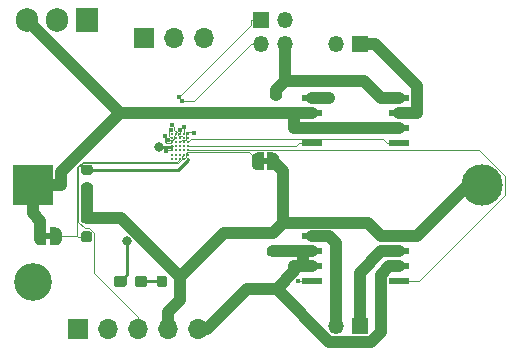
<source format=gbr>
G04 #@! TF.GenerationSoftware,KiCad,Pcbnew,(5.1.2)-2*
G04 #@! TF.CreationDate,2020-08-25T18:12:49+09:00*
G04 #@! TF.ProjectId,IRRemo,49525265-6d6f-42e6-9b69-6361645f7063,rev?*
G04 #@! TF.SameCoordinates,Original*
G04 #@! TF.FileFunction,Copper,L1,Top*
G04 #@! TF.FilePolarity,Positive*
%FSLAX46Y46*%
G04 Gerber Fmt 4.6, Leading zero omitted, Abs format (unit mm)*
G04 Created by KiCad (PCBNEW (5.1.2)-2) date 2020-08-25 18:12:49*
%MOMM*%
%LPD*%
G04 APERTURE LIST*
%ADD10C,0.500000*%
%ADD11C,0.500000*%
%ADD12C,0.100000*%
%ADD13C,0.200000*%
%ADD14R,1.750000X0.550000*%
%ADD15O,1.905000X2.000000*%
%ADD16R,1.905000X2.000000*%
%ADD17C,0.950000*%
%ADD18O,1.350000X1.350000*%
%ADD19R,1.350000X1.350000*%
%ADD20O,1.700000X1.700000*%
%ADD21R,1.700000X1.700000*%
%ADD22C,0.875000*%
%ADD23C,3.200000*%
%ADD24R,3.500000X3.500000*%
%ADD25C,3.500000*%
%ADD26C,0.400000*%
%ADD27C,0.800000*%
%ADD28C,0.250000*%
%ADD29C,0.080000*%
%ADD30C,1.000000*%
G04 APERTURE END LIST*
D10*
X109132000Y-90170000D02*
X109532000Y-90170000D01*
X91132000Y-96520000D02*
X90732000Y-96520000D01*
D11*
X108682000Y-90170000D03*
D12*
G36*
X109182000Y-90920000D02*
G01*
X108682000Y-90920000D01*
X108682000Y-90919398D01*
X108657466Y-90919398D01*
X108608635Y-90914588D01*
X108560510Y-90905016D01*
X108513555Y-90890772D01*
X108468222Y-90871995D01*
X108424949Y-90848864D01*
X108384150Y-90821604D01*
X108346221Y-90790476D01*
X108311524Y-90755779D01*
X108280396Y-90717850D01*
X108253136Y-90677051D01*
X108230005Y-90633778D01*
X108211228Y-90588445D01*
X108196984Y-90541490D01*
X108187412Y-90493365D01*
X108182602Y-90444534D01*
X108182602Y-90420000D01*
X108182000Y-90420000D01*
X108182000Y-89920000D01*
X108182602Y-89920000D01*
X108182602Y-89895466D01*
X108187412Y-89846635D01*
X108196984Y-89798510D01*
X108211228Y-89751555D01*
X108230005Y-89706222D01*
X108253136Y-89662949D01*
X108280396Y-89622150D01*
X108311524Y-89584221D01*
X108346221Y-89549524D01*
X108384150Y-89518396D01*
X108424949Y-89491136D01*
X108468222Y-89468005D01*
X108513555Y-89449228D01*
X108560510Y-89434984D01*
X108608635Y-89425412D01*
X108657466Y-89420602D01*
X108682000Y-89420602D01*
X108682000Y-89420000D01*
X109182000Y-89420000D01*
X109182000Y-90920000D01*
X109182000Y-90920000D01*
G37*
D11*
X109982000Y-90170000D03*
D12*
G36*
X109982000Y-89420602D02*
G01*
X110006534Y-89420602D01*
X110055365Y-89425412D01*
X110103490Y-89434984D01*
X110150445Y-89449228D01*
X110195778Y-89468005D01*
X110239051Y-89491136D01*
X110279850Y-89518396D01*
X110317779Y-89549524D01*
X110352476Y-89584221D01*
X110383604Y-89622150D01*
X110410864Y-89662949D01*
X110433995Y-89706222D01*
X110452772Y-89751555D01*
X110467016Y-89798510D01*
X110476588Y-89846635D01*
X110481398Y-89895466D01*
X110481398Y-89920000D01*
X110482000Y-89920000D01*
X110482000Y-90420000D01*
X110481398Y-90420000D01*
X110481398Y-90444534D01*
X110476588Y-90493365D01*
X110467016Y-90541490D01*
X110452772Y-90588445D01*
X110433995Y-90633778D01*
X110410864Y-90677051D01*
X110383604Y-90717850D01*
X110352476Y-90755779D01*
X110317779Y-90790476D01*
X110279850Y-90821604D01*
X110239051Y-90848864D01*
X110195778Y-90871995D01*
X110150445Y-90890772D01*
X110103490Y-90905016D01*
X110055365Y-90914588D01*
X110006534Y-90919398D01*
X109982000Y-90919398D01*
X109982000Y-90920000D01*
X109482000Y-90920000D01*
X109482000Y-89420000D01*
X109982000Y-89420000D01*
X109982000Y-89420602D01*
X109982000Y-89420602D01*
G37*
D11*
X91582000Y-96520000D03*
D12*
G36*
X91082000Y-95770000D02*
G01*
X91582000Y-95770000D01*
X91582000Y-95770602D01*
X91606534Y-95770602D01*
X91655365Y-95775412D01*
X91703490Y-95784984D01*
X91750445Y-95799228D01*
X91795778Y-95818005D01*
X91839051Y-95841136D01*
X91879850Y-95868396D01*
X91917779Y-95899524D01*
X91952476Y-95934221D01*
X91983604Y-95972150D01*
X92010864Y-96012949D01*
X92033995Y-96056222D01*
X92052772Y-96101555D01*
X92067016Y-96148510D01*
X92076588Y-96196635D01*
X92081398Y-96245466D01*
X92081398Y-96270000D01*
X92082000Y-96270000D01*
X92082000Y-96770000D01*
X92081398Y-96770000D01*
X92081398Y-96794534D01*
X92076588Y-96843365D01*
X92067016Y-96891490D01*
X92052772Y-96938445D01*
X92033995Y-96983778D01*
X92010864Y-97027051D01*
X91983604Y-97067850D01*
X91952476Y-97105779D01*
X91917779Y-97140476D01*
X91879850Y-97171604D01*
X91839051Y-97198864D01*
X91795778Y-97221995D01*
X91750445Y-97240772D01*
X91703490Y-97255016D01*
X91655365Y-97264588D01*
X91606534Y-97269398D01*
X91582000Y-97269398D01*
X91582000Y-97270000D01*
X91082000Y-97270000D01*
X91082000Y-95770000D01*
X91082000Y-95770000D01*
G37*
D11*
X90282000Y-96520000D03*
D12*
G36*
X90282000Y-97269398D02*
G01*
X90257466Y-97269398D01*
X90208635Y-97264588D01*
X90160510Y-97255016D01*
X90113555Y-97240772D01*
X90068222Y-97221995D01*
X90024949Y-97198864D01*
X89984150Y-97171604D01*
X89946221Y-97140476D01*
X89911524Y-97105779D01*
X89880396Y-97067850D01*
X89853136Y-97027051D01*
X89830005Y-96983778D01*
X89811228Y-96938445D01*
X89796984Y-96891490D01*
X89787412Y-96843365D01*
X89782602Y-96794534D01*
X89782602Y-96770000D01*
X89782000Y-96770000D01*
X89782000Y-96270000D01*
X89782602Y-96270000D01*
X89782602Y-96245466D01*
X89787412Y-96196635D01*
X89796984Y-96148510D01*
X89811228Y-96101555D01*
X89830005Y-96056222D01*
X89853136Y-96012949D01*
X89880396Y-95972150D01*
X89911524Y-95934221D01*
X89946221Y-95899524D01*
X89984150Y-95868396D01*
X90024949Y-95841136D01*
X90068222Y-95818005D01*
X90113555Y-95799228D01*
X90160510Y-95784984D01*
X90208635Y-95775412D01*
X90257466Y-95770602D01*
X90282000Y-95770602D01*
X90282000Y-95770000D01*
X90782000Y-95770000D01*
X90782000Y-97270000D01*
X90282000Y-97270000D01*
X90282000Y-97269398D01*
X90282000Y-97269398D01*
G37*
D13*
X101408000Y-89950000D03*
X101758000Y-89950000D03*
X102108000Y-89950000D03*
X102458000Y-89950000D03*
X102808000Y-89950000D03*
X101408000Y-89600000D03*
X101758000Y-89600000D03*
X102108000Y-89600000D03*
X102458000Y-89600000D03*
X102808000Y-89600000D03*
X101408000Y-89250000D03*
X101758000Y-89250000D03*
X102108000Y-89250000D03*
X102458000Y-89250000D03*
X102808000Y-89250000D03*
X101408000Y-88900000D03*
X101758000Y-88900000D03*
X102108000Y-88900000D03*
X102458000Y-88900000D03*
X102808000Y-88900000D03*
X101408000Y-88550000D03*
X101758000Y-88550000D03*
X102108000Y-88550000D03*
X102458000Y-88550000D03*
X102808000Y-88550000D03*
X101408000Y-88200000D03*
X101758000Y-88200000D03*
X102108000Y-88200000D03*
X102458000Y-88200000D03*
X102808000Y-88200000D03*
X101408000Y-87850000D03*
X101758000Y-87850000D03*
X102108000Y-87850000D03*
X102458000Y-87850000D03*
X102808000Y-87850000D03*
D14*
X120650000Y-84836000D03*
X120650000Y-86106000D03*
X120650000Y-87376000D03*
X120650000Y-88646000D03*
X113250000Y-88646000D03*
X113250000Y-87376000D03*
X113250000Y-86106000D03*
X113250000Y-84836000D03*
X120650000Y-96520000D03*
X120650000Y-97790000D03*
X120650000Y-99060000D03*
X120650000Y-100330000D03*
X113250000Y-100330000D03*
X113250000Y-99060000D03*
X113250000Y-97790000D03*
X113250000Y-96520000D03*
D15*
X89154000Y-78232000D03*
X91694000Y-78232000D03*
D16*
X94234000Y-78232000D03*
D12*
G36*
X99116779Y-99856144D02*
G01*
X99139834Y-99859563D01*
X99162443Y-99865227D01*
X99184387Y-99873079D01*
X99205457Y-99883044D01*
X99225448Y-99895026D01*
X99244168Y-99908910D01*
X99261438Y-99924562D01*
X99277090Y-99941832D01*
X99290974Y-99960552D01*
X99302956Y-99980543D01*
X99312921Y-100001613D01*
X99320773Y-100023557D01*
X99326437Y-100046166D01*
X99329856Y-100069221D01*
X99331000Y-100092500D01*
X99331000Y-100567500D01*
X99329856Y-100590779D01*
X99326437Y-100613834D01*
X99320773Y-100636443D01*
X99312921Y-100658387D01*
X99302956Y-100679457D01*
X99290974Y-100699448D01*
X99277090Y-100718168D01*
X99261438Y-100735438D01*
X99244168Y-100751090D01*
X99225448Y-100764974D01*
X99205457Y-100776956D01*
X99184387Y-100786921D01*
X99162443Y-100794773D01*
X99139834Y-100800437D01*
X99116779Y-100803856D01*
X99093500Y-100805000D01*
X98518500Y-100805000D01*
X98495221Y-100803856D01*
X98472166Y-100800437D01*
X98449557Y-100794773D01*
X98427613Y-100786921D01*
X98406543Y-100776956D01*
X98386552Y-100764974D01*
X98367832Y-100751090D01*
X98350562Y-100735438D01*
X98334910Y-100718168D01*
X98321026Y-100699448D01*
X98309044Y-100679457D01*
X98299079Y-100658387D01*
X98291227Y-100636443D01*
X98285563Y-100613834D01*
X98282144Y-100590779D01*
X98281000Y-100567500D01*
X98281000Y-100092500D01*
X98282144Y-100069221D01*
X98285563Y-100046166D01*
X98291227Y-100023557D01*
X98299079Y-100001613D01*
X98309044Y-99980543D01*
X98321026Y-99960552D01*
X98334910Y-99941832D01*
X98350562Y-99924562D01*
X98367832Y-99908910D01*
X98386552Y-99895026D01*
X98406543Y-99883044D01*
X98427613Y-99873079D01*
X98449557Y-99865227D01*
X98472166Y-99859563D01*
X98495221Y-99856144D01*
X98518500Y-99855000D01*
X99093500Y-99855000D01*
X99116779Y-99856144D01*
X99116779Y-99856144D01*
G37*
D17*
X98806000Y-100330000D03*
D12*
G36*
X97366779Y-99856144D02*
G01*
X97389834Y-99859563D01*
X97412443Y-99865227D01*
X97434387Y-99873079D01*
X97455457Y-99883044D01*
X97475448Y-99895026D01*
X97494168Y-99908910D01*
X97511438Y-99924562D01*
X97527090Y-99941832D01*
X97540974Y-99960552D01*
X97552956Y-99980543D01*
X97562921Y-100001613D01*
X97570773Y-100023557D01*
X97576437Y-100046166D01*
X97579856Y-100069221D01*
X97581000Y-100092500D01*
X97581000Y-100567500D01*
X97579856Y-100590779D01*
X97576437Y-100613834D01*
X97570773Y-100636443D01*
X97562921Y-100658387D01*
X97552956Y-100679457D01*
X97540974Y-100699448D01*
X97527090Y-100718168D01*
X97511438Y-100735438D01*
X97494168Y-100751090D01*
X97475448Y-100764974D01*
X97455457Y-100776956D01*
X97434387Y-100786921D01*
X97412443Y-100794773D01*
X97389834Y-100800437D01*
X97366779Y-100803856D01*
X97343500Y-100805000D01*
X96768500Y-100805000D01*
X96745221Y-100803856D01*
X96722166Y-100800437D01*
X96699557Y-100794773D01*
X96677613Y-100786921D01*
X96656543Y-100776956D01*
X96636552Y-100764974D01*
X96617832Y-100751090D01*
X96600562Y-100735438D01*
X96584910Y-100718168D01*
X96571026Y-100699448D01*
X96559044Y-100679457D01*
X96549079Y-100658387D01*
X96541227Y-100636443D01*
X96535563Y-100613834D01*
X96532144Y-100590779D01*
X96531000Y-100567500D01*
X96531000Y-100092500D01*
X96532144Y-100069221D01*
X96535563Y-100046166D01*
X96541227Y-100023557D01*
X96549079Y-100001613D01*
X96559044Y-99980543D01*
X96571026Y-99960552D01*
X96584910Y-99941832D01*
X96600562Y-99924562D01*
X96617832Y-99908910D01*
X96636552Y-99895026D01*
X96656543Y-99883044D01*
X96677613Y-99873079D01*
X96699557Y-99865227D01*
X96722166Y-99859563D01*
X96745221Y-99856144D01*
X96768500Y-99855000D01*
X97343500Y-99855000D01*
X97366779Y-99856144D01*
X97366779Y-99856144D01*
G37*
D17*
X97056000Y-100330000D03*
D18*
X115348000Y-80264000D03*
D19*
X117348000Y-80264000D03*
D18*
X115316000Y-104140000D03*
D19*
X117316000Y-104140000D03*
D20*
X104140000Y-79756000D03*
X101600000Y-79756000D03*
D21*
X99060000Y-79756000D03*
D18*
X110966000Y-80232000D03*
X108966000Y-80232000D03*
X110966000Y-78232000D03*
D19*
X108966000Y-78232000D03*
D20*
X103632000Y-104394000D03*
X101092000Y-104394000D03*
X98552000Y-104394000D03*
X96012000Y-104394000D03*
D21*
X93472000Y-104394000D03*
D12*
G36*
X100798691Y-99856053D02*
G01*
X100819926Y-99859203D01*
X100840750Y-99864419D01*
X100860962Y-99871651D01*
X100880368Y-99880830D01*
X100898781Y-99891866D01*
X100916024Y-99904654D01*
X100931930Y-99919070D01*
X100946346Y-99934976D01*
X100959134Y-99952219D01*
X100970170Y-99970632D01*
X100979349Y-99990038D01*
X100986581Y-100010250D01*
X100991797Y-100031074D01*
X100994947Y-100052309D01*
X100996000Y-100073750D01*
X100996000Y-100586250D01*
X100994947Y-100607691D01*
X100991797Y-100628926D01*
X100986581Y-100649750D01*
X100979349Y-100669962D01*
X100970170Y-100689368D01*
X100959134Y-100707781D01*
X100946346Y-100725024D01*
X100931930Y-100740930D01*
X100916024Y-100755346D01*
X100898781Y-100768134D01*
X100880368Y-100779170D01*
X100860962Y-100788349D01*
X100840750Y-100795581D01*
X100819926Y-100800797D01*
X100798691Y-100803947D01*
X100777250Y-100805000D01*
X100339750Y-100805000D01*
X100318309Y-100803947D01*
X100297074Y-100800797D01*
X100276250Y-100795581D01*
X100256038Y-100788349D01*
X100236632Y-100779170D01*
X100218219Y-100768134D01*
X100200976Y-100755346D01*
X100185070Y-100740930D01*
X100170654Y-100725024D01*
X100157866Y-100707781D01*
X100146830Y-100689368D01*
X100137651Y-100669962D01*
X100130419Y-100649750D01*
X100125203Y-100628926D01*
X100122053Y-100607691D01*
X100121000Y-100586250D01*
X100121000Y-100073750D01*
X100122053Y-100052309D01*
X100125203Y-100031074D01*
X100130419Y-100010250D01*
X100137651Y-99990038D01*
X100146830Y-99970632D01*
X100157866Y-99952219D01*
X100170654Y-99934976D01*
X100185070Y-99919070D01*
X100200976Y-99904654D01*
X100218219Y-99891866D01*
X100236632Y-99880830D01*
X100256038Y-99871651D01*
X100276250Y-99864419D01*
X100297074Y-99859203D01*
X100318309Y-99856053D01*
X100339750Y-99855000D01*
X100777250Y-99855000D01*
X100798691Y-99856053D01*
X100798691Y-99856053D01*
G37*
D22*
X100558500Y-100330000D03*
D12*
G36*
X102373691Y-99856053D02*
G01*
X102394926Y-99859203D01*
X102415750Y-99864419D01*
X102435962Y-99871651D01*
X102455368Y-99880830D01*
X102473781Y-99891866D01*
X102491024Y-99904654D01*
X102506930Y-99919070D01*
X102521346Y-99934976D01*
X102534134Y-99952219D01*
X102545170Y-99970632D01*
X102554349Y-99990038D01*
X102561581Y-100010250D01*
X102566797Y-100031074D01*
X102569947Y-100052309D01*
X102571000Y-100073750D01*
X102571000Y-100586250D01*
X102569947Y-100607691D01*
X102566797Y-100628926D01*
X102561581Y-100649750D01*
X102554349Y-100669962D01*
X102545170Y-100689368D01*
X102534134Y-100707781D01*
X102521346Y-100725024D01*
X102506930Y-100740930D01*
X102491024Y-100755346D01*
X102473781Y-100768134D01*
X102455368Y-100779170D01*
X102435962Y-100788349D01*
X102415750Y-100795581D01*
X102394926Y-100800797D01*
X102373691Y-100803947D01*
X102352250Y-100805000D01*
X101914750Y-100805000D01*
X101893309Y-100803947D01*
X101872074Y-100800797D01*
X101851250Y-100795581D01*
X101831038Y-100788349D01*
X101811632Y-100779170D01*
X101793219Y-100768134D01*
X101775976Y-100755346D01*
X101760070Y-100740930D01*
X101745654Y-100725024D01*
X101732866Y-100707781D01*
X101721830Y-100689368D01*
X101712651Y-100669962D01*
X101705419Y-100649750D01*
X101700203Y-100628926D01*
X101697053Y-100607691D01*
X101696000Y-100586250D01*
X101696000Y-100073750D01*
X101697053Y-100052309D01*
X101700203Y-100031074D01*
X101705419Y-100010250D01*
X101712651Y-99990038D01*
X101721830Y-99970632D01*
X101732866Y-99952219D01*
X101745654Y-99934976D01*
X101760070Y-99919070D01*
X101775976Y-99904654D01*
X101793219Y-99891866D01*
X101811632Y-99880830D01*
X101831038Y-99871651D01*
X101851250Y-99864419D01*
X101872074Y-99859203D01*
X101893309Y-99856053D01*
X101914750Y-99855000D01*
X102352250Y-99855000D01*
X102373691Y-99856053D01*
X102373691Y-99856053D01*
G37*
D22*
X102133500Y-100330000D03*
D12*
G36*
X94511691Y-92019553D02*
G01*
X94532926Y-92022703D01*
X94553750Y-92027919D01*
X94573962Y-92035151D01*
X94593368Y-92044330D01*
X94611781Y-92055366D01*
X94629024Y-92068154D01*
X94644930Y-92082570D01*
X94659346Y-92098476D01*
X94672134Y-92115719D01*
X94683170Y-92134132D01*
X94692349Y-92153538D01*
X94699581Y-92173750D01*
X94704797Y-92194574D01*
X94707947Y-92215809D01*
X94709000Y-92237250D01*
X94709000Y-92674750D01*
X94707947Y-92696191D01*
X94704797Y-92717426D01*
X94699581Y-92738250D01*
X94692349Y-92758462D01*
X94683170Y-92777868D01*
X94672134Y-92796281D01*
X94659346Y-92813524D01*
X94644930Y-92829430D01*
X94629024Y-92843846D01*
X94611781Y-92856634D01*
X94593368Y-92867670D01*
X94573962Y-92876849D01*
X94553750Y-92884081D01*
X94532926Y-92889297D01*
X94511691Y-92892447D01*
X94490250Y-92893500D01*
X93977750Y-92893500D01*
X93956309Y-92892447D01*
X93935074Y-92889297D01*
X93914250Y-92884081D01*
X93894038Y-92876849D01*
X93874632Y-92867670D01*
X93856219Y-92856634D01*
X93838976Y-92843846D01*
X93823070Y-92829430D01*
X93808654Y-92813524D01*
X93795866Y-92796281D01*
X93784830Y-92777868D01*
X93775651Y-92758462D01*
X93768419Y-92738250D01*
X93763203Y-92717426D01*
X93760053Y-92696191D01*
X93759000Y-92674750D01*
X93759000Y-92237250D01*
X93760053Y-92215809D01*
X93763203Y-92194574D01*
X93768419Y-92173750D01*
X93775651Y-92153538D01*
X93784830Y-92134132D01*
X93795866Y-92115719D01*
X93808654Y-92098476D01*
X93823070Y-92082570D01*
X93838976Y-92068154D01*
X93856219Y-92055366D01*
X93874632Y-92044330D01*
X93894038Y-92035151D01*
X93914250Y-92027919D01*
X93935074Y-92022703D01*
X93956309Y-92019553D01*
X93977750Y-92018500D01*
X94490250Y-92018500D01*
X94511691Y-92019553D01*
X94511691Y-92019553D01*
G37*
D22*
X94234000Y-92456000D03*
D12*
G36*
X94511691Y-90444553D02*
G01*
X94532926Y-90447703D01*
X94553750Y-90452919D01*
X94573962Y-90460151D01*
X94593368Y-90469330D01*
X94611781Y-90480366D01*
X94629024Y-90493154D01*
X94644930Y-90507570D01*
X94659346Y-90523476D01*
X94672134Y-90540719D01*
X94683170Y-90559132D01*
X94692349Y-90578538D01*
X94699581Y-90598750D01*
X94704797Y-90619574D01*
X94707947Y-90640809D01*
X94709000Y-90662250D01*
X94709000Y-91099750D01*
X94707947Y-91121191D01*
X94704797Y-91142426D01*
X94699581Y-91163250D01*
X94692349Y-91183462D01*
X94683170Y-91202868D01*
X94672134Y-91221281D01*
X94659346Y-91238524D01*
X94644930Y-91254430D01*
X94629024Y-91268846D01*
X94611781Y-91281634D01*
X94593368Y-91292670D01*
X94573962Y-91301849D01*
X94553750Y-91309081D01*
X94532926Y-91314297D01*
X94511691Y-91317447D01*
X94490250Y-91318500D01*
X93977750Y-91318500D01*
X93956309Y-91317447D01*
X93935074Y-91314297D01*
X93914250Y-91309081D01*
X93894038Y-91301849D01*
X93874632Y-91292670D01*
X93856219Y-91281634D01*
X93838976Y-91268846D01*
X93823070Y-91254430D01*
X93808654Y-91238524D01*
X93795866Y-91221281D01*
X93784830Y-91202868D01*
X93775651Y-91183462D01*
X93768419Y-91163250D01*
X93763203Y-91142426D01*
X93760053Y-91121191D01*
X93759000Y-91099750D01*
X93759000Y-90662250D01*
X93760053Y-90640809D01*
X93763203Y-90619574D01*
X93768419Y-90598750D01*
X93775651Y-90578538D01*
X93784830Y-90559132D01*
X93795866Y-90540719D01*
X93808654Y-90523476D01*
X93823070Y-90507570D01*
X93838976Y-90493154D01*
X93856219Y-90480366D01*
X93874632Y-90469330D01*
X93894038Y-90460151D01*
X93914250Y-90452919D01*
X93935074Y-90447703D01*
X93956309Y-90444553D01*
X93977750Y-90443500D01*
X94490250Y-90443500D01*
X94511691Y-90444553D01*
X94511691Y-90444553D01*
G37*
D22*
X94234000Y-90881000D03*
D12*
G36*
X110513691Y-84094553D02*
G01*
X110534926Y-84097703D01*
X110555750Y-84102919D01*
X110575962Y-84110151D01*
X110595368Y-84119330D01*
X110613781Y-84130366D01*
X110631024Y-84143154D01*
X110646930Y-84157570D01*
X110661346Y-84173476D01*
X110674134Y-84190719D01*
X110685170Y-84209132D01*
X110694349Y-84228538D01*
X110701581Y-84248750D01*
X110706797Y-84269574D01*
X110709947Y-84290809D01*
X110711000Y-84312250D01*
X110711000Y-84749750D01*
X110709947Y-84771191D01*
X110706797Y-84792426D01*
X110701581Y-84813250D01*
X110694349Y-84833462D01*
X110685170Y-84852868D01*
X110674134Y-84871281D01*
X110661346Y-84888524D01*
X110646930Y-84904430D01*
X110631024Y-84918846D01*
X110613781Y-84931634D01*
X110595368Y-84942670D01*
X110575962Y-84951849D01*
X110555750Y-84959081D01*
X110534926Y-84964297D01*
X110513691Y-84967447D01*
X110492250Y-84968500D01*
X109979750Y-84968500D01*
X109958309Y-84967447D01*
X109937074Y-84964297D01*
X109916250Y-84959081D01*
X109896038Y-84951849D01*
X109876632Y-84942670D01*
X109858219Y-84931634D01*
X109840976Y-84918846D01*
X109825070Y-84904430D01*
X109810654Y-84888524D01*
X109797866Y-84871281D01*
X109786830Y-84852868D01*
X109777651Y-84833462D01*
X109770419Y-84813250D01*
X109765203Y-84792426D01*
X109762053Y-84771191D01*
X109761000Y-84749750D01*
X109761000Y-84312250D01*
X109762053Y-84290809D01*
X109765203Y-84269574D01*
X109770419Y-84248750D01*
X109777651Y-84228538D01*
X109786830Y-84209132D01*
X109797866Y-84190719D01*
X109810654Y-84173476D01*
X109825070Y-84157570D01*
X109840976Y-84143154D01*
X109858219Y-84130366D01*
X109876632Y-84119330D01*
X109896038Y-84110151D01*
X109916250Y-84102919D01*
X109937074Y-84097703D01*
X109958309Y-84094553D01*
X109979750Y-84093500D01*
X110492250Y-84093500D01*
X110513691Y-84094553D01*
X110513691Y-84094553D01*
G37*
D22*
X110236000Y-84531000D03*
D12*
G36*
X110513691Y-85669553D02*
G01*
X110534926Y-85672703D01*
X110555750Y-85677919D01*
X110575962Y-85685151D01*
X110595368Y-85694330D01*
X110613781Y-85705366D01*
X110631024Y-85718154D01*
X110646930Y-85732570D01*
X110661346Y-85748476D01*
X110674134Y-85765719D01*
X110685170Y-85784132D01*
X110694349Y-85803538D01*
X110701581Y-85823750D01*
X110706797Y-85844574D01*
X110709947Y-85865809D01*
X110711000Y-85887250D01*
X110711000Y-86324750D01*
X110709947Y-86346191D01*
X110706797Y-86367426D01*
X110701581Y-86388250D01*
X110694349Y-86408462D01*
X110685170Y-86427868D01*
X110674134Y-86446281D01*
X110661346Y-86463524D01*
X110646930Y-86479430D01*
X110631024Y-86493846D01*
X110613781Y-86506634D01*
X110595368Y-86517670D01*
X110575962Y-86526849D01*
X110555750Y-86534081D01*
X110534926Y-86539297D01*
X110513691Y-86542447D01*
X110492250Y-86543500D01*
X109979750Y-86543500D01*
X109958309Y-86542447D01*
X109937074Y-86539297D01*
X109916250Y-86534081D01*
X109896038Y-86526849D01*
X109876632Y-86517670D01*
X109858219Y-86506634D01*
X109840976Y-86493846D01*
X109825070Y-86479430D01*
X109810654Y-86463524D01*
X109797866Y-86446281D01*
X109786830Y-86427868D01*
X109777651Y-86408462D01*
X109770419Y-86388250D01*
X109765203Y-86367426D01*
X109762053Y-86346191D01*
X109761000Y-86324750D01*
X109761000Y-85887250D01*
X109762053Y-85865809D01*
X109765203Y-85844574D01*
X109770419Y-85823750D01*
X109777651Y-85803538D01*
X109786830Y-85784132D01*
X109797866Y-85765719D01*
X109810654Y-85748476D01*
X109825070Y-85732570D01*
X109840976Y-85718154D01*
X109858219Y-85705366D01*
X109876632Y-85694330D01*
X109896038Y-85685151D01*
X109916250Y-85677919D01*
X109937074Y-85672703D01*
X109958309Y-85669553D01*
X109979750Y-85668500D01*
X110492250Y-85668500D01*
X110513691Y-85669553D01*
X110513691Y-85669553D01*
G37*
D22*
X110236000Y-86106000D03*
D12*
G36*
X110259691Y-95778553D02*
G01*
X110280926Y-95781703D01*
X110301750Y-95786919D01*
X110321962Y-95794151D01*
X110341368Y-95803330D01*
X110359781Y-95814366D01*
X110377024Y-95827154D01*
X110392930Y-95841570D01*
X110407346Y-95857476D01*
X110420134Y-95874719D01*
X110431170Y-95893132D01*
X110440349Y-95912538D01*
X110447581Y-95932750D01*
X110452797Y-95953574D01*
X110455947Y-95974809D01*
X110457000Y-95996250D01*
X110457000Y-96433750D01*
X110455947Y-96455191D01*
X110452797Y-96476426D01*
X110447581Y-96497250D01*
X110440349Y-96517462D01*
X110431170Y-96536868D01*
X110420134Y-96555281D01*
X110407346Y-96572524D01*
X110392930Y-96588430D01*
X110377024Y-96602846D01*
X110359781Y-96615634D01*
X110341368Y-96626670D01*
X110321962Y-96635849D01*
X110301750Y-96643081D01*
X110280926Y-96648297D01*
X110259691Y-96651447D01*
X110238250Y-96652500D01*
X109725750Y-96652500D01*
X109704309Y-96651447D01*
X109683074Y-96648297D01*
X109662250Y-96643081D01*
X109642038Y-96635849D01*
X109622632Y-96626670D01*
X109604219Y-96615634D01*
X109586976Y-96602846D01*
X109571070Y-96588430D01*
X109556654Y-96572524D01*
X109543866Y-96555281D01*
X109532830Y-96536868D01*
X109523651Y-96517462D01*
X109516419Y-96497250D01*
X109511203Y-96476426D01*
X109508053Y-96455191D01*
X109507000Y-96433750D01*
X109507000Y-95996250D01*
X109508053Y-95974809D01*
X109511203Y-95953574D01*
X109516419Y-95932750D01*
X109523651Y-95912538D01*
X109532830Y-95893132D01*
X109543866Y-95874719D01*
X109556654Y-95857476D01*
X109571070Y-95841570D01*
X109586976Y-95827154D01*
X109604219Y-95814366D01*
X109622632Y-95803330D01*
X109642038Y-95794151D01*
X109662250Y-95786919D01*
X109683074Y-95781703D01*
X109704309Y-95778553D01*
X109725750Y-95777500D01*
X110238250Y-95777500D01*
X110259691Y-95778553D01*
X110259691Y-95778553D01*
G37*
D22*
X109982000Y-96215000D03*
D12*
G36*
X110259691Y-97353553D02*
G01*
X110280926Y-97356703D01*
X110301750Y-97361919D01*
X110321962Y-97369151D01*
X110341368Y-97378330D01*
X110359781Y-97389366D01*
X110377024Y-97402154D01*
X110392930Y-97416570D01*
X110407346Y-97432476D01*
X110420134Y-97449719D01*
X110431170Y-97468132D01*
X110440349Y-97487538D01*
X110447581Y-97507750D01*
X110452797Y-97528574D01*
X110455947Y-97549809D01*
X110457000Y-97571250D01*
X110457000Y-98008750D01*
X110455947Y-98030191D01*
X110452797Y-98051426D01*
X110447581Y-98072250D01*
X110440349Y-98092462D01*
X110431170Y-98111868D01*
X110420134Y-98130281D01*
X110407346Y-98147524D01*
X110392930Y-98163430D01*
X110377024Y-98177846D01*
X110359781Y-98190634D01*
X110341368Y-98201670D01*
X110321962Y-98210849D01*
X110301750Y-98218081D01*
X110280926Y-98223297D01*
X110259691Y-98226447D01*
X110238250Y-98227500D01*
X109725750Y-98227500D01*
X109704309Y-98226447D01*
X109683074Y-98223297D01*
X109662250Y-98218081D01*
X109642038Y-98210849D01*
X109622632Y-98201670D01*
X109604219Y-98190634D01*
X109586976Y-98177846D01*
X109571070Y-98163430D01*
X109556654Y-98147524D01*
X109543866Y-98130281D01*
X109532830Y-98111868D01*
X109523651Y-98092462D01*
X109516419Y-98072250D01*
X109511203Y-98051426D01*
X109508053Y-98030191D01*
X109507000Y-98008750D01*
X109507000Y-97571250D01*
X109508053Y-97549809D01*
X109511203Y-97528574D01*
X109516419Y-97507750D01*
X109523651Y-97487538D01*
X109532830Y-97468132D01*
X109543866Y-97449719D01*
X109556654Y-97432476D01*
X109571070Y-97416570D01*
X109586976Y-97402154D01*
X109604219Y-97389366D01*
X109622632Y-97378330D01*
X109642038Y-97369151D01*
X109662250Y-97361919D01*
X109683074Y-97356703D01*
X109704309Y-97353553D01*
X109725750Y-97352500D01*
X110238250Y-97352500D01*
X110259691Y-97353553D01*
X110259691Y-97353553D01*
G37*
D22*
X109982000Y-97790000D03*
D12*
G36*
X94486191Y-94534053D02*
G01*
X94507426Y-94537203D01*
X94528250Y-94542419D01*
X94548462Y-94549651D01*
X94567868Y-94558830D01*
X94586281Y-94569866D01*
X94603524Y-94582654D01*
X94619430Y-94597070D01*
X94633846Y-94612976D01*
X94646634Y-94630219D01*
X94657670Y-94648632D01*
X94666849Y-94668038D01*
X94674081Y-94688250D01*
X94679297Y-94709074D01*
X94682447Y-94730309D01*
X94683500Y-94751750D01*
X94683500Y-95189250D01*
X94682447Y-95210691D01*
X94679297Y-95231926D01*
X94674081Y-95252750D01*
X94666849Y-95272962D01*
X94657670Y-95292368D01*
X94646634Y-95310781D01*
X94633846Y-95328024D01*
X94619430Y-95343930D01*
X94603524Y-95358346D01*
X94586281Y-95371134D01*
X94567868Y-95382170D01*
X94548462Y-95391349D01*
X94528250Y-95398581D01*
X94507426Y-95403797D01*
X94486191Y-95406947D01*
X94464750Y-95408000D01*
X93952250Y-95408000D01*
X93930809Y-95406947D01*
X93909574Y-95403797D01*
X93888750Y-95398581D01*
X93868538Y-95391349D01*
X93849132Y-95382170D01*
X93830719Y-95371134D01*
X93813476Y-95358346D01*
X93797570Y-95343930D01*
X93783154Y-95328024D01*
X93770366Y-95310781D01*
X93759330Y-95292368D01*
X93750151Y-95272962D01*
X93742919Y-95252750D01*
X93737703Y-95231926D01*
X93734553Y-95210691D01*
X93733500Y-95189250D01*
X93733500Y-94751750D01*
X93734553Y-94730309D01*
X93737703Y-94709074D01*
X93742919Y-94688250D01*
X93750151Y-94668038D01*
X93759330Y-94648632D01*
X93770366Y-94630219D01*
X93783154Y-94612976D01*
X93797570Y-94597070D01*
X93813476Y-94582654D01*
X93830719Y-94569866D01*
X93849132Y-94558830D01*
X93868538Y-94549651D01*
X93888750Y-94542419D01*
X93909574Y-94537203D01*
X93930809Y-94534053D01*
X93952250Y-94533000D01*
X94464750Y-94533000D01*
X94486191Y-94534053D01*
X94486191Y-94534053D01*
G37*
D22*
X94208500Y-94970500D03*
D12*
G36*
X94486191Y-96109053D02*
G01*
X94507426Y-96112203D01*
X94528250Y-96117419D01*
X94548462Y-96124651D01*
X94567868Y-96133830D01*
X94586281Y-96144866D01*
X94603524Y-96157654D01*
X94619430Y-96172070D01*
X94633846Y-96187976D01*
X94646634Y-96205219D01*
X94657670Y-96223632D01*
X94666849Y-96243038D01*
X94674081Y-96263250D01*
X94679297Y-96284074D01*
X94682447Y-96305309D01*
X94683500Y-96326750D01*
X94683500Y-96764250D01*
X94682447Y-96785691D01*
X94679297Y-96806926D01*
X94674081Y-96827750D01*
X94666849Y-96847962D01*
X94657670Y-96867368D01*
X94646634Y-96885781D01*
X94633846Y-96903024D01*
X94619430Y-96918930D01*
X94603524Y-96933346D01*
X94586281Y-96946134D01*
X94567868Y-96957170D01*
X94548462Y-96966349D01*
X94528250Y-96973581D01*
X94507426Y-96978797D01*
X94486191Y-96981947D01*
X94464750Y-96983000D01*
X93952250Y-96983000D01*
X93930809Y-96981947D01*
X93909574Y-96978797D01*
X93888750Y-96973581D01*
X93868538Y-96966349D01*
X93849132Y-96957170D01*
X93830719Y-96946134D01*
X93813476Y-96933346D01*
X93797570Y-96918930D01*
X93783154Y-96903024D01*
X93770366Y-96885781D01*
X93759330Y-96867368D01*
X93750151Y-96847962D01*
X93742919Y-96827750D01*
X93737703Y-96806926D01*
X93734553Y-96785691D01*
X93733500Y-96764250D01*
X93733500Y-96326750D01*
X93734553Y-96305309D01*
X93737703Y-96284074D01*
X93742919Y-96263250D01*
X93750151Y-96243038D01*
X93759330Y-96223632D01*
X93770366Y-96205219D01*
X93783154Y-96187976D01*
X93797570Y-96172070D01*
X93813476Y-96157654D01*
X93830719Y-96144866D01*
X93849132Y-96133830D01*
X93868538Y-96124651D01*
X93888750Y-96117419D01*
X93909574Y-96112203D01*
X93930809Y-96109053D01*
X93952250Y-96108000D01*
X94464750Y-96108000D01*
X94486191Y-96109053D01*
X94486191Y-96109053D01*
G37*
D22*
X94208500Y-96545500D03*
D23*
X89662000Y-100402000D03*
D24*
X89662000Y-92202000D03*
D25*
X127662000Y-92202000D03*
D26*
X102108000Y-87538600D03*
X101130800Y-88370900D03*
X100875800Y-88034500D03*
X102290600Y-85062200D03*
X101376300Y-87497500D03*
X101984900Y-84734200D03*
X102458000Y-87301200D03*
X101456600Y-87057700D03*
D27*
X114750000Y-84836000D03*
D26*
X100904100Y-89304300D03*
X103320300Y-87769400D03*
X112135900Y-100330000D03*
D27*
X100326700Y-88922300D03*
X97615600Y-96878300D03*
D28*
X94234000Y-90881000D02*
X101972400Y-90881000D01*
X101972400Y-90881000D02*
X102808000Y-90045400D01*
X102808000Y-90045400D02*
X102808000Y-89950000D01*
X100558500Y-100330000D02*
X98806000Y-100330000D01*
D29*
X98552000Y-104394000D02*
X98552000Y-103379000D01*
X98552000Y-103379000D02*
X94806800Y-99633800D01*
X94806800Y-99633800D02*
X94806800Y-96274000D01*
X94806800Y-96274000D02*
X94368600Y-95835800D01*
X94368600Y-95835800D02*
X94037000Y-95835800D01*
X94037000Y-95835800D02*
X93513600Y-95312400D01*
X93513600Y-95312400D02*
X93513600Y-90685600D01*
X93513600Y-90685600D02*
X93882800Y-90316400D01*
X93882800Y-90316400D02*
X101976000Y-90316400D01*
X101976000Y-90316400D02*
X102298400Y-89994000D01*
X102298400Y-89994000D02*
X102298400Y-89759600D01*
X102298400Y-89759600D02*
X102458000Y-89600000D01*
X102108000Y-87538600D02*
X102108000Y-87850000D01*
X101130800Y-88370900D02*
X101456600Y-88370900D01*
X101456600Y-88370900D02*
X101562900Y-88264600D01*
X101562900Y-88264600D02*
X101562900Y-88045100D01*
X101562900Y-88045100D02*
X101758000Y-87850000D01*
X101408000Y-88550000D02*
X101336800Y-88621200D01*
X101336800Y-88621200D02*
X100974200Y-88621200D01*
X100974200Y-88621200D02*
X100875800Y-88522800D01*
X100875800Y-88522800D02*
X100875800Y-88034500D01*
X108966000Y-80232000D02*
X108126000Y-80232000D01*
X108126000Y-80232000D02*
X103295800Y-85062200D01*
X103295800Y-85062200D02*
X102290600Y-85062200D01*
X101408000Y-88200000D02*
X101207900Y-87999900D01*
X101207900Y-87999900D02*
X101207900Y-87665900D01*
X101207900Y-87665900D02*
X101376300Y-87497500D01*
X108966000Y-78232000D02*
X108126000Y-78232000D01*
X108126000Y-78232000D02*
X108126000Y-78593100D01*
X108126000Y-78593100D02*
X101984900Y-84734200D01*
X102458000Y-87301200D02*
X102458000Y-87850000D01*
X102458000Y-88200000D02*
X102267600Y-88009600D01*
X102267600Y-88009600D02*
X102012100Y-88009600D01*
X102012100Y-88009600D02*
X101933100Y-87930600D01*
X101933100Y-87930600D02*
X101933100Y-87791800D01*
X101933100Y-87791800D02*
X101640200Y-87498900D01*
X101640200Y-87498900D02*
X101640200Y-87241300D01*
X101640200Y-87241300D02*
X101456600Y-87057700D01*
D30*
X113250000Y-96520000D02*
X114750000Y-96520000D01*
X115316000Y-104140000D02*
X115316000Y-97086000D01*
X115316000Y-97086000D02*
X114750000Y-96520000D01*
X120650000Y-97790000D02*
X119150000Y-97790000D01*
X117316000Y-104140000D02*
X117316000Y-99624000D01*
X117316000Y-99624000D02*
X119150000Y-97790000D01*
X113250000Y-84836000D02*
X114750000Y-84836000D01*
X120650000Y-86106000D02*
X122150000Y-86106000D01*
X117348000Y-80264000D02*
X118648000Y-80264000D01*
X118648000Y-80264000D02*
X122150000Y-83766000D01*
X122150000Y-83766000D02*
X122150000Y-86106000D01*
D29*
X101408000Y-89250000D02*
X100958400Y-89250000D01*
X100958400Y-89250000D02*
X100904100Y-89304300D01*
X120650000Y-100330000D02*
X122318100Y-100330000D01*
X122318100Y-100330000D02*
X129594100Y-93054000D01*
X129594100Y-93054000D02*
X129594100Y-91432200D01*
X129594100Y-91432200D02*
X127411900Y-89250000D01*
X127411900Y-89250000D02*
X102808000Y-89250000D01*
X113250000Y-88646000D02*
X112210000Y-88646000D01*
X112210000Y-88646000D02*
X111956000Y-88900000D01*
X111956000Y-88900000D02*
X102808000Y-88900000D01*
X113250000Y-100330000D02*
X112135900Y-100330000D01*
X103320300Y-87769400D02*
X103209900Y-87659000D01*
X103209900Y-87659000D02*
X102679300Y-87659000D01*
X102679300Y-87659000D02*
X102608400Y-87729900D01*
X102608400Y-87729900D02*
X102608400Y-88331700D01*
X102608400Y-88331700D02*
X102585200Y-88354900D01*
X102585200Y-88354900D02*
X102303100Y-88354900D01*
X102303100Y-88354900D02*
X102108000Y-88550000D01*
X102808000Y-88550000D02*
X103037400Y-88320600D01*
X103037400Y-88320600D02*
X119284600Y-88320600D01*
X119284600Y-88320600D02*
X119610000Y-88646000D01*
X120650000Y-88646000D02*
X119610000Y-88646000D01*
X93423300Y-96520000D02*
X91582000Y-96520000D01*
X94208500Y-96545500D02*
X93448800Y-96545500D01*
X93448800Y-96545500D02*
X93423300Y-96520000D01*
X102108000Y-89950000D02*
X101856800Y-90201200D01*
X101856800Y-90201200D02*
X93870200Y-90201200D01*
X93870200Y-90201200D02*
X93423300Y-90648100D01*
X93423300Y-90648100D02*
X93423300Y-96520000D01*
D30*
X111750000Y-86116400D02*
X111750000Y-87376000D01*
X112500000Y-86106000D02*
X111760400Y-86106000D01*
X111760400Y-86106000D02*
X111750000Y-86116400D01*
X110236000Y-86106000D02*
X111739600Y-86106000D01*
X111739600Y-86106000D02*
X111750000Y-86116400D01*
X97025000Y-86106000D02*
X110236000Y-86106000D01*
X113250000Y-87376000D02*
X111750000Y-87376000D01*
X113250000Y-86106000D02*
X112500000Y-86106000D01*
X97025000Y-86106000D02*
X92037000Y-91094000D01*
X92037000Y-91094000D02*
X92037000Y-92202000D01*
X97025000Y-86106000D02*
X97025000Y-86103000D01*
X97025000Y-86103000D02*
X89154000Y-78232000D01*
X89662000Y-92202000D02*
X92037000Y-92202000D01*
X89662000Y-92202000D02*
X89662000Y-94577000D01*
X89662000Y-94577000D02*
X90282000Y-95197000D01*
X90282000Y-95197000D02*
X90282000Y-96520000D01*
X112500000Y-97790000D02*
X111750000Y-97790000D01*
X113250000Y-97790000D02*
X112500000Y-97790000D01*
X112500000Y-99060000D02*
X111750000Y-99060000D01*
X113250000Y-99060000D02*
X112500000Y-99060000D01*
X112500000Y-97790000D02*
X112500000Y-99060000D01*
X110286500Y-100958200D02*
X114763700Y-105435400D01*
X114763700Y-105435400D02*
X118287600Y-105435400D01*
X118287600Y-105435400D02*
X119089900Y-104633100D01*
X119089900Y-104633100D02*
X119089900Y-99805000D01*
X119089900Y-99805000D02*
X119834900Y-99060000D01*
X119834900Y-99060000D02*
X120650000Y-99060000D01*
X104369500Y-104394000D02*
X107805300Y-100958200D01*
X107805300Y-100958200D02*
X110286500Y-100958200D01*
X110286500Y-100958200D02*
X111750000Y-99494700D01*
X111750000Y-99494700D02*
X111750000Y-99060000D01*
X109982000Y-97790000D02*
X111750000Y-97790000D01*
X113250000Y-87376000D02*
X120650000Y-87376000D01*
X103632000Y-104394000D02*
X104369500Y-104394000D01*
X109982000Y-96215000D02*
X105869100Y-96215000D01*
X105869100Y-96215000D02*
X102133500Y-99950600D01*
X110797300Y-95399700D02*
X109982000Y-96215000D01*
X102133500Y-99950600D02*
X102133500Y-100330000D01*
X94234000Y-94945000D02*
X97127900Y-94945000D01*
X97127900Y-94945000D02*
X102133500Y-99950600D01*
X94234000Y-94945000D02*
X94234000Y-92456000D01*
X94208500Y-94970500D02*
X94234000Y-94945000D01*
X120650000Y-96520000D02*
X122150000Y-96520000D01*
X127662000Y-92202000D02*
X126468000Y-92202000D01*
X126468000Y-92202000D02*
X122150000Y-96520000D01*
X119150000Y-96520000D02*
X118029700Y-95399700D01*
X118029700Y-95399700D02*
X110797300Y-95399700D01*
X110797300Y-95399700D02*
X110797300Y-90985300D01*
X110797300Y-90985300D02*
X109982000Y-90170000D01*
X110966000Y-83381400D02*
X117695400Y-83381400D01*
X117695400Y-83381400D02*
X119150000Y-84836000D01*
X110236000Y-84531000D02*
X110236000Y-84111400D01*
X110236000Y-84111400D02*
X110966000Y-83381400D01*
X110966000Y-83381400D02*
X110966000Y-81532000D01*
X120650000Y-84836000D02*
X119150000Y-84836000D01*
X101092000Y-104394000D02*
X101092000Y-102919000D01*
X102133500Y-100330000D02*
X102133500Y-101877500D01*
X102133500Y-101877500D02*
X101092000Y-102919000D01*
X110966000Y-80232000D02*
X110966000Y-81532000D01*
X120650000Y-96520000D02*
X119150000Y-96520000D01*
D29*
X102458000Y-89950000D02*
X102617500Y-89790500D01*
X102617500Y-89790500D02*
X102617500Y-89520900D01*
X102617500Y-89520900D02*
X102733400Y-89405000D01*
X102733400Y-89405000D02*
X107917000Y-89405000D01*
X107917000Y-89405000D02*
X108682000Y-90170000D01*
D28*
X100326700Y-88922300D02*
X101385700Y-88922300D01*
X101385700Y-88922300D02*
X101408000Y-88900000D01*
X97056000Y-100330000D02*
X97615600Y-99770400D01*
X97615600Y-99770400D02*
X97615600Y-96878300D01*
M02*

</source>
